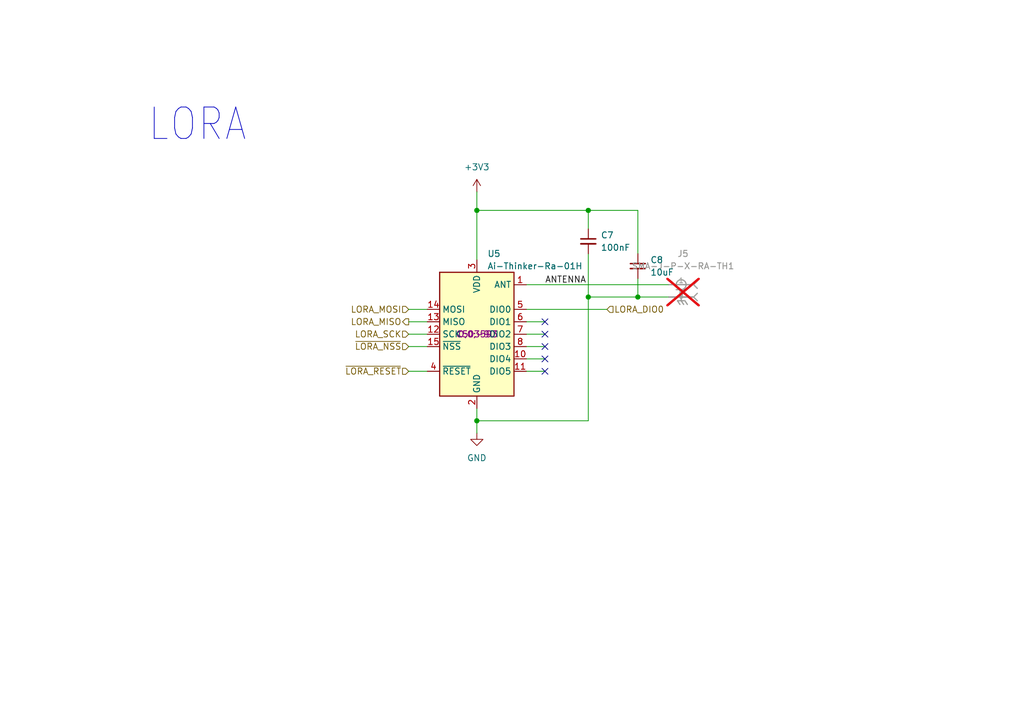
<source format=kicad_sch>
(kicad_sch (version 20250114) (generator "eeschema") (generator_version "9.0")
  (paper "A5")
  (lib_symbols
    (symbol "Device:C_Small" (pin_numbers (hide yes)) (pin_names (offset 0.254) (hide yes))
      (property "Reference" "C" (at 0.254 1.778 0))
      (property "Value" "C_Small" (at 0.254 -2.032 0))
      (symbol "C_Small_0_1"
        (polyline (pts (xy -1.524 0.508) (xy 1.524 0.508)) (stroke (width 0.3048)))
        (polyline (pts (xy -1.524 -0.508) (xy 1.524 -0.508)) (stroke (width 0.3302)))
      )
      (symbol "C_Small_1_1"
        (pin passive line (at 0 2.54 270) (length 2.032) (name "~") (number "1"))
        (pin passive line (at 0 -2.54 90) (length 2.032) (name "~") (number "2"))
      )
    )
    (symbol "RF_Module:Ai-Thinker-Ra-01"
      (property "Reference" "U" (at 2.54 17.78 0))
      (property "Value" "Ai-Thinker-Ra-01" (at 13.97 -15.24 0))
      (symbol "Ai-Thinker-Ra-01_0_1"
        (rectangle (start -7.62 12.7) (end 7.62 -12.7) (stroke (width 0.254)) (fill (type background)))
      )
      (symbol "Ai-Thinker-Ra-01_1_1"
        (pin input line (at -10.16 5.08 0) (length 2.54) (name "MOSI") (number "14"))
        (pin output line (at -10.16 2.54 0) (length 2.54) (name "MISO") (number "13"))
        (pin input line (at -10.16 0 0) (length 2.54) (name "SCK") (number "12"))
        (pin input line (at -10.16 -2.54 0) (length 2.54) (name "~{NSS}") (number "15"))
        (pin input line (at -10.16 -7.62 0) (length 2.54) (name "~{RESET}") (number "4"))
        (pin power_in line (at 0 15.24 270) (length 2.54) (name "VDD") (number "3"))
        (pin passive line (at 0 -15.24 90) (length 2.54) (hide yes) (name "GND") (number "16"))
        (pin power_in line (at 0 -15.24 90) (length 2.54) (name "GND") (number "2"))
        (pin passive line (at 0 -15.24 90) (length 2.54) (hide yes) (name "GND") (number "9"))
        (pin passive line (at 10.16 10.16 180) (length 2.54) (name "ANT") (number "1"))
        (pin bidirectional line (at 10.16 5.08 180) (length 2.54) (name "DIO0") (number "5"))
        (pin bidirectional line (at 10.16 2.54 180) (length 2.54) (name "DIO1") (number "6"))
        (pin bidirectional line (at 10.16 0 180) (length 2.54) (name "DIO2") (number "7"))
        (pin bidirectional line (at 10.16 -2.54 180) (length 2.54) (name "DIO3") (number "8"))
        (pin bidirectional line (at 10.16 -5.08 180) (length 2.54) (name "DIO4") (number "10"))
        (pin bidirectional line (at 10.16 -7.62 180) (length 2.54) (name "DIO5") (number "11"))
      )
    )
    (symbol "SMA-J-P-X-RA-TH1:SMA-J-P-X-RA-TH1" (pin_names (offset 1.016))
      (property "Reference" "J" (at -3.81 4.064 0))
      (property "Value" "SMA-J-P-X-RA-TH1" (at -4.064 -4.318 0))
      (symbol "SMA-J-P-X-RA-TH1_0_0"
        (polyline (pts (xy -3.302 3.302) (xy -2.54 2.54)) (stroke (width 0.254)))
        (polyline (pts (xy -3.302 1.778) (xy -2.54 2.54)) (stroke (width 0.254)))
        (polyline (pts (xy -3.302 0.762) (xy -2.54 0)) (stroke (width 0.254)))
        (polyline (pts (xy -3.302 -0.762) (xy -2.54 0)) (stroke (width 0.254)))
        (polyline (pts (xy -2.54 2.54) (xy 2.54 2.54)) (stroke (width 0.254)))
        (polyline (pts (xy -2.54 0) (xy 0 0)) (stroke (width 0.254)))
        (polyline (pts (xy -1.016 1.524) (xy 0 1.524)) (stroke (width 0.254)))
        (polyline (pts (xy -0.762 -0.762) (xy -1.27 -1.524)) (stroke (width 0.254)))
        (circle (center 0 2.54) (radius 1.016) (stroke (width 0.254)))
        (polyline (pts (xy 0 1.524) (xy 0 0)) (stroke (width 0.254)))
        (polyline (pts (xy 0 1.524) (xy 1.016 1.524)) (stroke (width 0.254)))
        (polyline (pts (xy 0 0) (xy -2.286 0)) (stroke (width 0.254)))
        (polyline (pts (xy 0 0) (xy 0 -0.762)) (stroke (width 0.254)))
        (circle (center 0 0) (radius 0.254) (stroke (width 0.254)))
        (polyline (pts (xy 0 -0.762) (xy -0.762 -0.762)) (stroke (width 0.254)))
        (polyline (pts (xy 0 -0.762) (xy -0.508 -1.524)) (stroke (width 0.254)))
        (polyline (pts (xy 0 -0.762) (xy 0.762 -0.762)) (stroke (width 0.254)))
        (polyline (pts (xy 0.762 -0.762) (xy 0.254 -1.524)) (stroke (width 0.254)))
        (polyline (pts (xy 2.54 0) (xy 0 0)) (stroke (width 0.254)))
        (pin passive line (at 2.54 2.54 180) (length 5.08) (name "~") (number "1"))
        (pin passive line (at 2.54 0 180) (length 5.08) (name "~") (number "2"))
        (pin passive line (at 2.54 0 180) (length 5.08) (name "~") (number "3"))
        (pin passive line (at 2.54 0 180) (length 5.08) (name "~") (number "4"))
        (pin passive line (at 2.54 0 180) (length 5.08) (name "~") (number "5"))
      )
    )
    (symbol "power:+3V3" (power) (pin_numbers (hide yes)) (pin_names (offset 0) (hide yes))
      (property "Value" "+3V3" (at 0 3.556 0))
      (symbol "+3V3_0_1"
        (polyline (pts (xy -0.762 1.27) (xy 0 2.54)))
        (polyline (pts (xy 0 2.54) (xy 0.762 1.27)))
        (polyline (pts (xy 0 0) (xy 0 2.54)))
      )
      (symbol "+3V3_1_1"
        (pin power_in line (at 0 0 90) (length 0) (name "~") (number "1"))
      )
    )
    (symbol "power:GND" (power) (pin_numbers (hide yes)) (pin_names (offset 0) (hide yes))
      (property "Value" "GND" (at 0 -3.81 0))
      (symbol "GND_0_1"
        (polyline (pts (xy 0 0) (xy 0 -1.27) (xy 1.27 -1.27) (xy 0 -2.54) (xy -1.27 -1.27) (xy 0 -1.27)))
      )
      (symbol "GND_1_1"
        (pin power_in line (at 0 0 270) (length 0) (name "~") (number "1"))
      )
    )
  )
  (text "LORA" (at 30.226 29.464 0) (effects (font (size 6.4516 5.4838)) (justify left bottom)))
  (junction (at 97.79 43.18))
  (junction (at 97.79 86.36))
  (junction (at 130.81 60.96))
  (junction (at 120.65 60.96))
  (junction (at 120.65 43.18))
  (no_connect (at 111.76 68.58))
  (no_connect (at 111.76 73.66))
  (no_connect (at 111.76 71.12))
  (no_connect (at 111.76 76.2))
  (no_connect (at 111.76 66.04))
  (wire (pts (xy 120.65 86.36) (xy 97.79 86.36)))
  (wire (pts (xy 83.82 63.5) (xy 87.63 63.5)))
  (wire (pts (xy 130.81 60.96) (xy 137.16 60.96)))
  (wire (pts (xy 97.79 83.82) (xy 97.79 86.36)))
  (wire (pts (xy 97.79 86.36) (xy 97.79 88.9)))
  (wire (pts (xy 97.79 43.18) (xy 97.79 53.34)))
  (wire (pts (xy 120.65 46.99) (xy 120.65 43.18)))
  (wire (pts (xy 97.79 43.18) (xy 120.65 43.18)))
  (wire (pts (xy 107.95 71.12) (xy 111.76 71.12)))
  (wire (pts (xy 97.79 39.37) (xy 97.79 43.18)))
  (wire (pts (xy 120.65 52.07) (xy 120.65 60.96)))
  (wire (pts (xy 83.82 68.58) (xy 87.63 68.58)))
  (wire (pts (xy 107.95 73.66) (xy 111.76 73.66)))
  (wire (pts (xy 130.81 52.07) (xy 130.81 43.18)))
  (wire (pts (xy 120.65 60.96) (xy 120.65 86.36)))
  (wire (pts (xy 130.81 43.18) (xy 120.65 43.18)))
  (wire (pts (xy 107.95 58.42) (xy 137.16 58.42)))
  (wire (pts (xy 83.82 66.04) (xy 87.63 66.04)))
  (wire (pts (xy 83.82 76.2) (xy 87.63 76.2)))
  (wire (pts (xy 120.65 60.96) (xy 130.81 60.96)))
  (wire (pts (xy 107.95 68.58) (xy 111.76 68.58)))
  (wire (pts (xy 107.95 76.2) (xy 111.76 76.2)))
  (wire (pts (xy 130.81 57.15) (xy 130.81 60.96)))
  (wire (pts (xy 107.95 66.04) (xy 111.76 66.04)))
  (wire (pts (xy 83.82 71.12) (xy 87.63 71.12)))
  (wire (pts (xy 107.95 63.5) (xy 124.46 63.5)))
  (label "ANTENNA" (at 111.76 58.42 0))
  (hierarchical_label "~{LORA_NSS}" (shape input) (at 83.82 71.12 180))
  (hierarchical_label "~{LORA_RESET}" (shape input) (at 83.82 76.2 180))
  (hierarchical_label "LORA_MOSI" (shape input) (at 83.82 63.5 180))
  (hierarchical_label "LORA_SCK" (shape input) (at 83.82 68.58 180))
  (hierarchical_label "LORA_DIO0" (shape input) (at 124.46 63.5 0))
  (hierarchical_label "LORA_MISO" (shape output) (at 83.82 66.04 180))
  (symbol (lib_id "SMA-J-P-X-RA-TH1:SMA-J-P-X-RA-TH1") (at 139.7 60.96 0) (mirror y) (unit 1) (dnp yes)
    (property "Reference" "J5" (at 140.081 52.07 0))
    (property "Value" "SMA-J-P-X-RA-TH1" (at 140.081 54.61 0))
    (property "Footprint" "SMA-J-P-X-RA-TH1:SAMTEC_SMA-J-P-X-RA-TH1" (effects (hide yes)))
    (property "MF" "Samtec" (effects (hide yes)))
    (property "MAXIMUM_PACKAGE_HEIGHT" "9.86mm" (effects (hide yes)))
    (property "Package" "None" (effects (hide yes)))
    (property "Price" "None" (effects (hide yes)))
    (property "Check_prices" "https://www.snapeda.com/parts/SMA-J-P-H-RA-TH1/Samtec+Inc./view-part/?ref=eda" (effects (hide yes)))
    (property "STANDARD" "Manufacturer Recommendations" (effects (hide yes)))
    (property "PARTREV" "K" (effects (hide yes)))
    (property "SnapEDA_Link" "https://www.snapeda.com/parts/SMA-J-P-H-RA-TH1/Samtec+Inc./view-part/?ref=snap" (effects (hide yes)))
    (property "MP" "SMA-J-P-H-RA-TH1" (effects (hide yes)))
    (property "Description_1" "SMA Connector Jack, Female Socket 50 Ohms Through Hole, Right Angle Solder" (effects (hide yes)))
    (property "Availability" "In Stock" (effects (hide yes)))
    (property "MANUFACTURER" "Samtec" (effects (hide yes)))
  )
  (symbol (lib_id "Device:C_Small") (at 120.65 49.53 0) (unit 1)
    (property "Reference" "C7" (at 123.19 48.2662 0) (effects (justify left)))
    (property "Value" "100nF" (at 123.19 50.8062 0) (effects (justify left)))
    (property "Footprint" "Capacitor_SMD:C_0402_1005Metric" (effects (hide yes)))
    (property "Description" "Unpolarized capacitor, small symbol" (effects (hide yes)))
    (property "LCSC" "C307331" (effects (hide yes)))
  )
  (symbol (lib_id "power:+3V3") (at 97.79 39.37 0) (unit 1)
    (property "Reference" "#PWR033" (effects (hide yes)))
    (property "Value" "+3V3" (at 97.79 34.29 0))
    (property "Description" "Power symbol creates a global label with name \"+3V3\"" (effects (hide yes)))
  )
  (symbol (lib_id "RF_Module:Ai-Thinker-Ra-01") (at 97.79 68.58 0) (unit 1)
    (property "Reference" "U5" (at 99.9333 52.07 0) (effects (justify left)))
    (property "Value" "Ai-Thinker-Ra-01H" (at 99.9333 54.61 0) (effects (justify left)))
    (property "Footprint" "RF_Module:Ai-Thinker-Ra-01-LoRa" (effects (hide yes)))
    (property "Datasheet" "https://docs.ai-thinker.com/_media/lora/docs/ra-01h_product_specification_en.pdf" (effects (hide yes)))
    (property "Description" "Ai-Thinker Ra-01H 803-930 MHz LoRa Module, SPI interface, external antenna" (effects (hide yes)))
    (property "LCSC" "C503593" (at 97.79 68.58 0))
    (property "JLCPCB_CORRECTION" "0;0;-90" (at 97.79 68.58 0))
  )
  (symbol (lib_id "Device:C_Small") (at 130.81 54.61 0) (unit 1)
    (property "Reference" "C8" (at 133.35 53.3462 0) (effects (justify left)))
    (property "Value" "10uF" (at 133.35 55.8862 0) (effects (justify left)))
    (property "Footprint" "Capacitor_SMD:C_0603_1608Metric" (effects (hide yes)))
    (property "Description" "Unpolarized capacitor, small symbol" (effects (hide yes)))
    (property "LCSC" "C96446" (effects (hide yes)))
  )
  (symbol (lib_id "power:GND") (at 97.79 88.9 0) (unit 1)
    (property "Reference" "#PWR034" (effects (hide yes)))
    (property "Value" "GND" (at 97.79 93.98 0))
    (property "Description" "Power symbol creates a global label with name \"GND\" , ground" (effects (hide yes)))
  )
)
</source>
